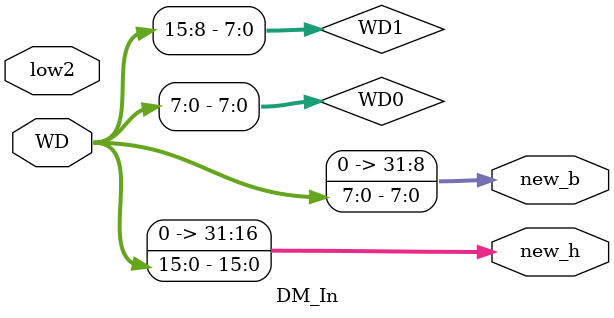
<source format=v>
`timescale 1ns / 1ps
module DM_In(
    input [1:0] low2,
    input [31:0] WD,

    output [31:0] new_h,
    output [31:0] new_b
    );
//initial
wire [7:0] WD0,WD1,WD2,WD3,RD0,RD1,RD2,RD3;
assign WD0 = WD[7:0];
assign WD1 = WD[15:8];

//lb,sb
assign new_b  = WD0;
//lh,sh
assign new_h  = {WD1,WD0};


endmodule

</source>
